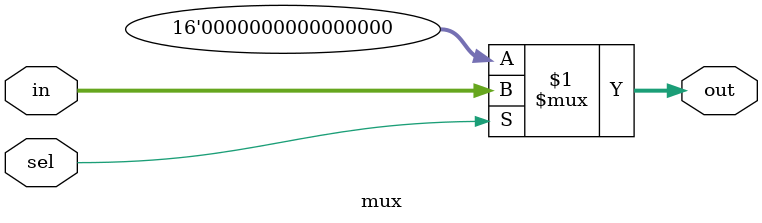
<source format=v>
module mux(in,out,sel);
  input [15:0] in;
  input sel;
  output reg [15:0] out;
  
  assign out = sel?in:16'b0;
  
endmodule
  

</source>
